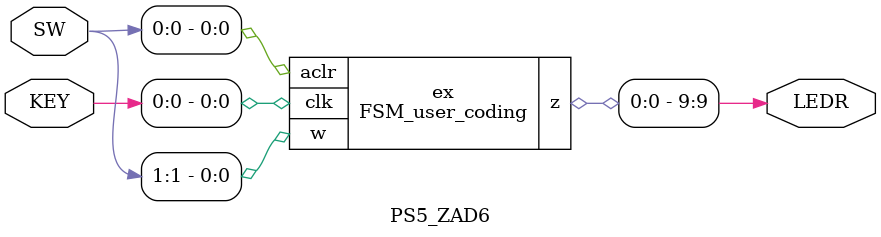
<source format=v>
module FSM_user_coding(
    input w,clk,aclr,
    output reg z);
 
    reg [3:0] y_Q,Y_D;
// present state
// next state
    localparam [3:0]
    A = 4'b0000,
// kody stanów
    B = 4'b0001,
    C = 4'b0010,
    D = 4'b0011,
    E = 4'b0100,
    F = 4'b0101,
    G = 4'b0110,
    H = 4'b0111,
    I = 4'b1000;
 
    always @(*)
    // defenicia przejść
    case (y_Q)
        A:
 
if (!w) Y_D = B;
 
else Y_D = F;
 
B:
 
if (!w) Y_D = C;
 
else Y_D = F;
 
C:
 
if (!w) Y_D = D;
 
else Y_D = F;
 
D:
 
if (!w) Y_D = E;
 
else Y_D = F;
 
E:
 
if (!w) Y_D = E;
 
else Y_D = F;
 
F:
 
if (!w) Y_D = B;
 
else Y_D = G;
 
G:
 
if (!w) Y_D = B;
 
else Y_D = H;
 
H:
 
if (!w) Y_D = B;
 
else Y_D = I;
 
I:
 
if (!w) Y_D = B;
 
else Y_D = I;
 
default:
 
Y_D = 4'bxxxx;
 
endcase
 
always @(posedge clk,negedge aclr)
 
// defenicja pamęci
 
if (~aclr)
 
y_Q <= 0;
 
else
 
y_Q <= Y_D;
 
always @(*)
 
// defenicja wyjść
 
z = (y_Q == E) | (y_Q == I);
 
endmodule
 
 
module PS5_ZAD6(
input [1:0] SW,
input [1:0] KEY,
output [9:0] LEDR);
 
FSM_user_coding ex(SW[1],KEY[0],SW[0],LEDR[9]);
 
endmodule
</source>
